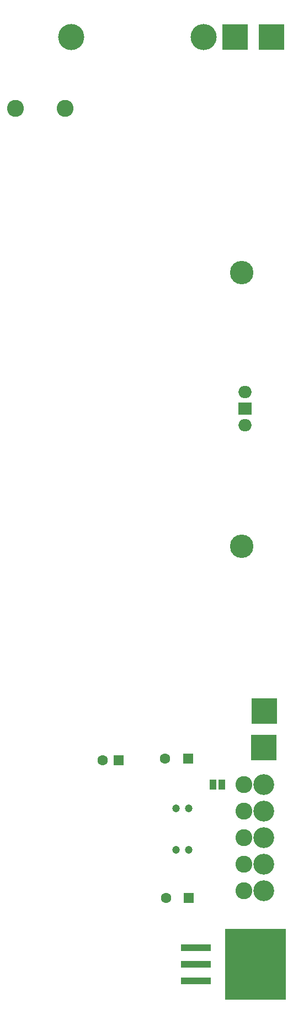
<source format=gbr>
%TF.GenerationSoftware,KiCad,Pcbnew,(6.0.10)*%
%TF.CreationDate,2023-05-04T16:05:15+10:00*%
%TF.ProjectId,LinearSaturn,4c696e65-6172-4536-9174-75726e2e6b69,rev?*%
%TF.SameCoordinates,Original*%
%TF.FileFunction,Soldermask,Top*%
%TF.FilePolarity,Negative*%
%FSLAX46Y46*%
G04 Gerber Fmt 4.6, Leading zero omitted, Abs format (unit mm)*
G04 Created by KiCad (PCBNEW (6.0.10)) date 2023-05-04 16:05:15*
%MOMM*%
%LPD*%
G01*
G04 APERTURE LIST*
%ADD10R,4.000000X4.000000*%
%ADD11R,1.600000X1.600000*%
%ADD12C,1.600000*%
%ADD13C,3.600000*%
%ADD14C,3.200000*%
%ADD15O,2.000000X1.905000*%
%ADD16C,2.600000*%
%ADD17R,2.000000X1.905000*%
%ADD18C,1.200000*%
%ADD19R,1.000000X1.500000*%
%ADD20R,9.400000X10.800000*%
%ADD21R,4.600000X1.100000*%
%ADD22C,4.000000*%
%ADD23O,4.000000X4.000000*%
G04 APERTURE END LIST*
D10*
%TO.C,NEG*%
X158750000Y-32512000D03*
%TD*%
D11*
%TO.C,25v 220uF*%
X146050000Y-164338000D03*
D12*
X142550000Y-164338000D03*
%TD*%
D13*
%TO.C,*%
X154178000Y-68580000D03*
%TD*%
D10*
%TO.C,POS*%
X153162000Y-32512000D03*
%TD*%
D14*
%TO.C,*%
X157592000Y-163228000D03*
%TD*%
D10*
%TO.C,GND*%
X157550000Y-141290000D03*
%TD*%
D15*
%TO.C,*%
X154686000Y-91948000D03*
%TD*%
D13*
%TO.C,*%
X154178000Y-110490000D03*
%TD*%
D16*
%TO.C,*%
X154544000Y-146972000D03*
%TD*%
D17*
%TO.C,*%
X154686000Y-89408000D03*
%TD*%
D18*
%TO.C,50v 0.1uF*%
X144050000Y-150622000D03*
X146050000Y-150622000D03*
%TD*%
D19*
%TO.C,REF\u002A\u002A*%
X149780000Y-146970000D03*
X151080000Y-146970000D03*
%TD*%
D14*
%TO.C,*%
X157592000Y-151036000D03*
%TD*%
D16*
%TO.C,*%
X154544000Y-159164000D03*
%TD*%
D12*
%TO.C,35v 100uF*%
X132810379Y-143256000D03*
D11*
X135310379Y-143256000D03*
%TD*%
D16*
%TO.C,*%
X154544000Y-151036000D03*
%TD*%
D10*
%TO.C,+5v*%
X157640000Y-135680000D03*
%TD*%
D20*
%TO.C,LM2940A 3.3v TO263-3*%
X156283000Y-174498000D03*
D21*
X147133000Y-174498000D03*
X147133000Y-171958000D03*
X147133000Y-177038000D03*
%TD*%
D14*
%TO.C,*%
X157592000Y-159164000D03*
%TD*%
D16*
%TO.C,*%
X154544000Y-163228000D03*
%TD*%
D12*
%TO.C,25v 220uF*%
X142424651Y-143002000D03*
D11*
X145924651Y-143002000D03*
%TD*%
D18*
%TO.C,50v 0.1uF*%
X144050000Y-156972000D03*
X146050000Y-156972000D03*
%TD*%
D16*
%TO.C,*%
X154544000Y-155100000D03*
%TD*%
%TO.C,*%
X119452000Y-43434000D03*
%TD*%
D15*
%TO.C,*%
X154686000Y-86868000D03*
%TD*%
D14*
%TO.C,*%
X157592000Y-155100000D03*
%TD*%
D22*
%TO.C,1N5822*%
X128016000Y-32512000D03*
D23*
X148336000Y-32512000D03*
%TD*%
D16*
%TO.C,*%
X127030000Y-43410000D03*
%TD*%
D14*
%TO.C,*%
X157592000Y-146972000D03*
%TD*%
M02*

</source>
